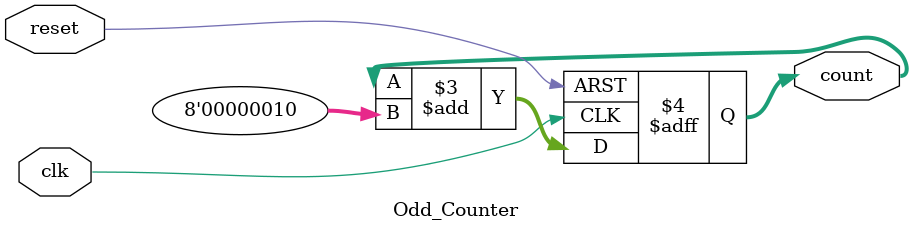
<source format=v>
`timescale 1ns / 1ps


module Odd_Counter(
input clk,
input reset,
output reg[7:0]count
    );
    
    reg [7:0]next_count;
    always @(posedge clk or posedge reset)
    begin
     if(reset == 1'b1)
       begin
       count <= 8'h1;
       end
     else
       begin
       count <= count +8'h2;
      // count <= next_count;
       end
    end
endmodule

</source>
